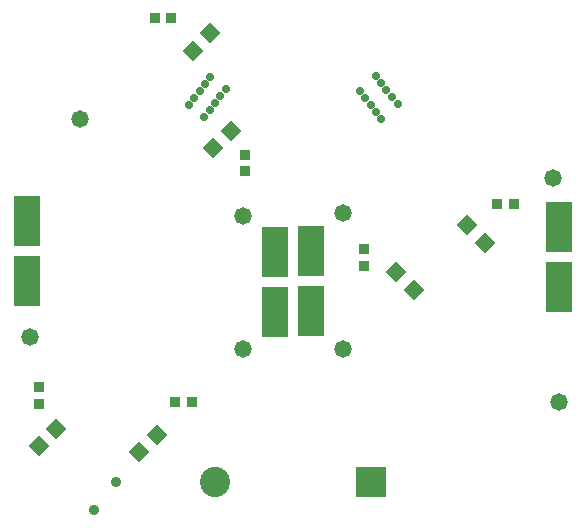
<source format=gbs>
G04*
G04 #@! TF.GenerationSoftware,Altium Limited,Altium Designer,23.1.1 (15)*
G04*
G04 Layer_Color=16711935*
%FSLAX23Y23*%
%MOIN*%
G70*
G04*
G04 #@! TF.SameCoordinates,7DB063E5-64DA-4751-B351-23BD0CB7D004*
G04*
G04*
G04 #@! TF.FilePolarity,Negative*
G04*
G01*
G75*
%ADD16R,0.038X0.037*%
%ADD18P,0.067X4X360.0*%
%ADD19P,0.067X4X90.0*%
%ADD20R,0.037X0.038*%
%ADD22R,0.087X0.165*%
%ADD23C,0.101*%
%ADD24R,0.101X0.101*%
%ADD25C,0.035*%
%ADD26C,0.028*%
%ADD27C,0.058*%
D16*
X98Y551D02*
D03*
Y495D02*
D03*
X1181Y1012D02*
D03*
Y956D02*
D03*
X787Y1271D02*
D03*
Y1327D02*
D03*
D18*
X1526Y1092D02*
D03*
X1584Y1034D02*
D03*
X1290Y935D02*
D03*
X1348Y876D02*
D03*
D19*
X433Y335D02*
D03*
X492Y393D02*
D03*
X99Y355D02*
D03*
X157Y413D02*
D03*
X669Y1732D02*
D03*
X611Y1674D02*
D03*
X679Y1349D02*
D03*
X738Y1407D02*
D03*
D20*
X609Y502D02*
D03*
X553D02*
D03*
X484Y1781D02*
D03*
X540D02*
D03*
X1682Y1161D02*
D03*
X1625D02*
D03*
D22*
X59Y1106D02*
D03*
Y906D02*
D03*
X1831Y1086D02*
D03*
Y886D02*
D03*
X886Y804D02*
D03*
Y1004D02*
D03*
X1004Y807D02*
D03*
Y1007D02*
D03*
D23*
X685Y236D02*
D03*
D24*
X1205D02*
D03*
D25*
X354D02*
D03*
X283Y142D02*
D03*
D26*
X1294Y1495D02*
D03*
X1276Y1519D02*
D03*
X1257Y1542D02*
D03*
X1240Y1565D02*
D03*
X1223Y1588D02*
D03*
X721Y1545D02*
D03*
X703Y1522D02*
D03*
X686Y1499D02*
D03*
X669Y1476D02*
D03*
X650Y1454D02*
D03*
X1169Y1538D02*
D03*
X1187Y1515D02*
D03*
X1204Y1492D02*
D03*
X1221Y1469D02*
D03*
X1240Y1447D02*
D03*
X598Y1492D02*
D03*
X616Y1516D02*
D03*
X635Y1539D02*
D03*
X652Y1562D02*
D03*
X669Y1585D02*
D03*
D27*
X1112Y679D02*
D03*
Y1132D02*
D03*
X778Y679D02*
D03*
Y1122D02*
D03*
X236Y1447D02*
D03*
X69Y719D02*
D03*
X1831Y502D02*
D03*
X1811Y1250D02*
D03*
M02*

</source>
